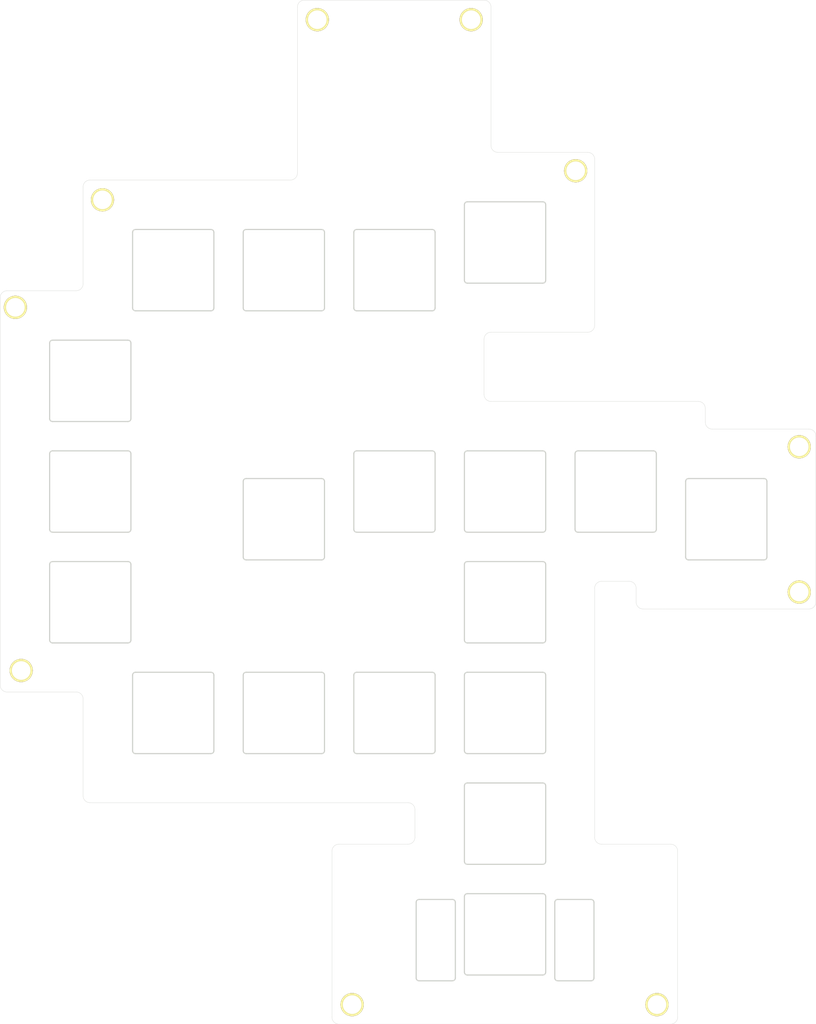
<source format=kicad_pcb>
(kicad_pcb (version 20211014) (generator pcbnew)
  (layers (0 "F.Cu" signal) (31 "B.Cu" signal) (34 "B.Paste" user) (35 "F.Paste" user) (36 "B.SilkS" user "B.Silkscreen") (37 "F.SilkS" user "F.Silkscreen") (38 "B.Mask" user) (39 "F.Mask" user) (44 "Edge.Cuts" user))
  (net 0 "")
  (footprint "" (layer "F.Cu") (at 262 187.5)
    (fp_text reference "" (at 0 0) (layer "F.SilkS") (effects (font (size 1.27 1.27))))
    (fp_text value "" (at 0 0) (layer "F.SilkS") (effects (font (size 1.27 1.27))))
    (pad "1" thru_hole circle locked (at 0 0) (size 4 4) (drill 3.2) (layers *.Cu *.Mask "F.SilkS"))
  )
  (footprint "" (layer "F.Cu") (at 396 149)
    (fp_text reference "" (at 0 0) (layer "F.SilkS") (effects (font (size 1.27 1.27))))
    (fp_text value "" (at 0 0) (layer "F.SilkS") (effects (font (size 1.27 1.27))))
    (pad "1" thru_hole circle locked (at 0 0) (size 4 4) (drill 3.2) (layers *.Cu *.Mask "F.SilkS"))
  )
  (footprint "" (layer "F.Cu") (at 396 174)
    (fp_text reference "" (at 0 0) (layer "F.SilkS") (effects (font (size 1.27 1.27))))
    (fp_text value "" (at 0 0) (layer "F.SilkS") (effects (font (size 1.27 1.27))))
    (pad "1" thru_hole circle locked (at 0 0) (size 4 4) (drill 3.2) (layers *.Cu *.Mask "F.SilkS"))
  )
  (footprint "" (layer "F.Cu") (at 313 75.5)
    (fp_text reference "" (at 0 0) (layer "F.SilkS") (effects (font (size 1.27 1.27))))
    (fp_text value "" (at 0 0) (layer "F.SilkS") (effects (font (size 1.27 1.27))))
    (pad "1" thru_hole circle locked (at 0 0) (size 4 4) (drill 3.2) (layers *.Cu *.Mask "F.SilkS"))
  )
  (footprint "" (layer "F.Cu") (at 276 106.5)
    (fp_text reference "" (at 0 0) (layer "F.SilkS") (effects (font (size 1.27 1.27))))
    (fp_text value "" (at 0 0) (layer "F.SilkS") (effects (font (size 1.27 1.27))))
    (pad "1" thru_hole circle locked (at 0 0) (size 4 4) (drill 3.2) (layers *.Cu *.Mask "F.SilkS"))
  )
  (footprint "keyboard_parts:HOLE_M3" (layer "F.Cu") (at 319 245)
    (fp_text reference "HOLE_M3" hide)
    (fp_text value "VAL**" hide)
    (pad "1" thru_hole circle locked (at 0 0) (size 4 4) (drill 3.2) (layers *.Cu *.Mask "F.SilkS"))
  )
  (footprint "" (layer "F.Cu") (at 261 125)
    (fp_text reference "" (at 0 0) (layer "F.SilkS") (effects (font (size 1.27 1.27))))
    (fp_text value "" (at 0 0) (layer "F.SilkS") (effects (font (size 1.27 1.27))))
    (pad "1" thru_hole circle locked (at 0 0) (size 4 4) (drill 3.2) (layers *.Cu *.Mask "F.SilkS"))
  )
  (footprint "keyboard_parts:HOLE_M3" (layer "F.Cu") (at 371.5 245)
    (fp_text reference "HOLE_M3" hide)
    (fp_text value "VAL**" hide)
    (pad "1" thru_hole circle locked (at 0 0) (size 4 4) (drill 3.2) (layers *.Cu *.Mask "F.SilkS"))
  )
  (footprint "" (layer "F.Cu") (at 357.5 101.5)
    (fp_text reference "" (at 0 0) (layer "F.SilkS") (effects (font (size 1.27 1.27))))
    (fp_text value "" (at 0 0) (layer "F.SilkS") (effects (font (size 1.27 1.27))))
    (pad "1" thru_hole circle locked (at 0 0) (size 4 4) (drill 3.2) (layers *.Cu *.Mask "F.SilkS"))
  )
  (footprint "" (layer "F.Cu") (at 339.5 75.5)
    (fp_text reference "" (at 0 0) (layer "F.SilkS") (effects (font (size 1.27 1.27))))
    (fp_text value "" (at 0 0) (layer "F.SilkS") (effects (font (size 1.27 1.27))))
    (pad "1" thru_hole circle locked (at 0 0) (size 4 4) (drill 3.2) (layers *.Cu *.Mask "F.SilkS"))
  )
  (gr_line (start 354.401008 240.903114) (end 360.151008 240.903114) (layer "Edge.Cuts") (width 0.2))
  (gr_arc (start 398.869907 175.721808) (mid 398.521181 176.563708) (end 397.679281 176.912434) (layer "Edge.Cuts") (width 0.05))
  (gr_line (start 273.854177 103.093622) (end 308.382331 103.093622) (layer "Edge.Cuts") (width 0.05))
  (gr_arc (start 280.400508 149.703114) (mid 280.754061 149.849561) (end 280.900508 150.203114) (layer "Edge.Cuts") (width 0.2))
  (gr_arc (start 300.238008 188.303114) (mid 300.384455 187.949561) (end 300.738008 187.803114) (layer "Edge.Cuts") (width 0.2))
  (gr_arc (start 295.188008 201.303114) (mid 295.041561 201.656667) (end 294.688008 201.803114) (layer "Edge.Cuts") (width 0.2))
  (gr_line (start 328.622973 210.249962) (end 273.854177 210.249962) (layer "Edge.Cuts") (width 0.05))
  (gr_arc (start 351.838008 149.703114) (mid 352.191561 149.849561) (end 352.338008 150.203114) (layer "Edge.Cuts") (width 0.2))
  (gr_arc (start 338.838008 239.903114) (mid 338.484455 239.756667) (end 338.338008 239.403114) (layer "Edge.Cuts") (width 0.2))
  (gr_line (start 300.238008 112.103114) (end 300.238008 125.103114) (layer "Edge.Cuts") (width 0.2))
  (gr_arc (start 295.188008 125.103114) (mid 295.041561 125.456667) (end 294.688008 125.603114) (layer "Edge.Cuts") (width 0.2))
  (gr_arc (start 375.057387 247.159368) (mid 374.708661 248.001268) (end 373.866761 248.349994) (layer "Edge.Cuts") (width 0.05))
  (gr_line (start 333.288008 201.303114) (end 333.288008 188.303114) (layer "Edge.Cuts") (width 0.2))
  (gr_arc (start 373.866761 217.393718) (mid 374.708661 217.742444) (end 375.057387 218.584344) (layer "Edge.Cuts") (width 0.05))
  (gr_line (start 272.663551 209.059336) (end 272.663551 192.390572) (layer "Edge.Cuts") (width 0.05))
  (gr_line (start 315.526087 247.159368) (end 315.526087 218.584344) (layer "Edge.Cuts") (width 0.05))
  (gr_arc (start 360.769875 128.096768) (mid 360.421149 128.938668) (end 359.579249 129.287394) (layer "Edge.Cuts") (width 0.05))
  (gr_arc (start 267.400508 163.703114) (mid 267.046955 163.556667) (end 266.900508 163.203114) (layer "Edge.Cuts") (width 0.2))
  (gr_arc (start 371.388008 163.203114) (mid 371.241561 163.556667) (end 370.888008 163.703114) (layer "Edge.Cuts") (width 0.2))
  (gr_arc (start 333.288008 163.203114) (mid 333.141561 163.556667) (end 332.788008 163.703114) (layer "Edge.Cuts") (width 0.2))
  (gr_line (start 310.763583 72.137346) (end 341.719859 72.137346) (layer "Edge.Cuts") (width 0.05))
  (gr_line (start 352.338008 201.303114) (end 352.338008 188.303114) (layer "Edge.Cuts") (width 0.2))
  (gr_line (start 300.738008 168.465614) (end 313.738008 168.465614) (layer "Edge.Cuts") (width 0.2))
  (gr_line (start 314.238008 125.103114) (end 314.238008 112.103114) (layer "Edge.Cuts") (width 0.2))
  (gr_line (start 379.819891 142.38428) (end 379.819891 144.765532) (layer "Edge.Cuts") (width 0.05))
  (gr_arc (start 351.838008 206.853114) (mid 352.191561 206.999561) (end 352.338008 207.353114) (layer "Edge.Cuts") (width 0.2))
  (gr_line (start 338.338008 207.353114) (end 338.338008 220.353114) (layer "Edge.Cuts") (width 0.2))
  (gr_line (start 359.579249 129.287394) (end 342.910485 129.287394) (layer "Edge.Cuts") (width 0.05))
  (gr_arc (start 338.338008 207.353114) (mid 338.484455 206.999561) (end 338.838008 206.853114) (layer "Edge.Cuts") (width 0.2))
  (gr_line (start 341.719859 130.47802) (end 341.719859 140.003028) (layer "Edge.Cuts") (width 0.05))
  (gr_line (start 314.238008 167.965614) (end 314.238008 154.965614) (layer "Edge.Cuts") (width 0.2))
  (gr_arc (start 281.188008 188.303114) (mid 281.334455 187.949561) (end 281.688008 187.803114) (layer "Edge.Cuts") (width 0.2))
  (gr_arc (start 266.900508 150.203114) (mid 267.046955 149.849561) (end 267.400508 149.703114) (layer "Edge.Cuts") (width 0.2))
  (gr_line (start 266.900508 169.253114) (end 266.900508 182.253114) (layer "Edge.Cuts") (width 0.2))
  (gr_arc (start 360.769875 173.340556) (mid 361.118601 172.498656) (end 361.960501 172.14993) (layer "Edge.Cuts") (width 0.05))
  (gr_arc (start 351.838008 225.903114) (mid 352.191561 226.049561) (end 352.338008 226.403114) (layer "Edge.Cuts") (width 0.2))
  (gr_line (start 351.838008 206.853114) (end 338.838008 206.853114) (layer "Edge.Cuts") (width 0.2))
  (gr_line (start 376.438008 154.965614) (end 376.438008 167.965614) (layer "Edge.Cuts") (width 0.2))
  (gr_arc (start 309.572957 73.327972) (mid 309.921683 72.486072) (end 310.763583 72.137346) (layer "Edge.Cuts") (width 0.05))
  (gr_line (start 352.338008 239.403114) (end 352.338008 226.403114) (layer "Edge.Cuts") (width 0.2))
  (gr_arc (start 280.900508 144.153114) (mid 280.754061 144.506667) (end 280.400508 144.653114) (layer "Edge.Cuts") (width 0.2))
  (gr_arc (start 351.838008 187.803114) (mid 352.191561 187.949561) (end 352.338008 188.303114) (layer "Edge.Cuts") (width 0.2))
  (gr_line (start 266.900508 150.203114) (end 266.900508 163.203114) (layer "Edge.Cuts") (width 0.2))
  (gr_line (start 316.716713 217.393718) (end 328.622973 217.393718) (layer "Edge.Cuts") (width 0.05))
  (gr_line (start 352.338008 163.203114) (end 352.338008 150.203114) (layer "Edge.Cuts") (width 0.2))
  (gr_line (start 267.400508 144.653114) (end 280.400508 144.653114) (layer "Edge.Cuts") (width 0.2))
  (gr_line (start 360.769875 173.340556) (end 360.769875 216.203092) (layer "Edge.Cuts") (width 0.05))
  (gr_line (start 319.288008 188.303114) (end 319.288008 201.303114) (layer "Edge.Cuts") (width 0.2))
  (gr_arc (start 338.338008 188.303114) (mid 338.484455 187.949561) (end 338.838008 187.803114) (layer "Edge.Cuts") (width 0.2))
  (gr_line (start 357.888008 163.703114) (end 370.888008 163.703114) (layer "Edge.Cuts") (width 0.2))
  (gr_arc (start 352.338008 239.403114) (mid 352.191561 239.756667) (end 351.838008 239.903114) (layer "Edge.Cuts") (width 0.2))
  (gr_arc (start 354.401008 240.903114) (mid 354.047455 240.756667) (end 353.901008 240.403114) (layer "Edge.Cuts") (width 0.2))
  (gr_arc (start 281.688008 201.803114) (mid 281.334455 201.656667) (end 281.188008 201.303114) (layer "Edge.Cuts") (width 0.2))
  (gr_line (start 375.057387 218.584344) (end 375.057387 247.159368) (layer "Edge.Cuts") (width 0.05))
  (gr_line (start 300.738008 201.803114) (end 313.738008 201.803114) (layer "Edge.Cuts") (width 0.2))
  (gr_arc (start 332.788008 111.603114) (mid 333.141561 111.749561) (end 333.288008 112.103114) (layer "Edge.Cuts") (width 0.2))
  (gr_arc (start 300.238008 154.965614) (mid 300.384455 154.612061) (end 300.738008 154.465614) (layer "Edge.Cuts") (width 0.2))
  (gr_arc (start 333.288008 201.303114) (mid 333.141561 201.656667) (end 332.788008 201.803114) (layer "Edge.Cuts") (width 0.2))
  (gr_line (start 351.838008 168.753114) (end 338.838008 168.753114) (layer "Edge.Cuts") (width 0.2))
  (gr_line (start 319.288008 112.103114) (end 319.288008 125.103114) (layer "Edge.Cuts") (width 0.2))
  (gr_line (start 338.838008 220.853114) (end 351.838008 220.853114) (layer "Edge.Cuts") (width 0.2))
  (gr_line (start 313.738008 187.803114) (end 300.738008 187.803114) (layer "Edge.Cuts") (width 0.2))
  (gr_line (start 266.900508 131.153114) (end 266.900508 144.153114) (layer "Edge.Cuts") (width 0.2))
  (gr_arc (start 353.901008 227.403114) (mid 354.047455 227.049561) (end 354.401008 226.903114) (layer "Edge.Cuts") (width 0.2))
  (gr_arc (start 280.900508 182.253114) (mid 280.754061 182.606667) (end 280.400508 182.753114) (layer "Edge.Cuts") (width 0.2))
  (gr_arc (start 369.104257 176.912434) (mid 368.262357 176.563708) (end 367.913631 175.721808) (layer "Edge.Cuts") (width 0.05))
  (gr_line (start 372.676135 176.912434) (end 369.104257 176.912434) (layer "Edge.Cuts") (width 0.05))
  (gr_line (start 353.901008 227.403114) (end 353.901008 240.403114) (layer "Edge.Cuts") (width 0.2))
  (gr_arc (start 361.960501 217.393718) (mid 361.118601 217.044992) (end 360.769875 216.203092) (layer "Edge.Cuts") (width 0.05))
  (gr_arc (start 313.738008 154.465614) (mid 314.091561 154.612061) (end 314.238008 154.965614) (layer "Edge.Cuts") (width 0.2))
  (gr_arc (start 330.025008 227.403114) (mid 330.171455 227.049561) (end 330.525008 226.903114) (layer "Edge.Cuts") (width 0.2))
  (gr_line (start 309.572957 101.902996) (end 309.572957 73.327972) (layer "Edge.Cuts") (width 0.05))
  (gr_line (start 351.838008 149.703114) (end 338.838008 149.703114) (layer "Edge.Cuts") (width 0.2))
  (gr_line (start 338.338008 169.253114) (end 338.338008 182.253114) (layer "Edge.Cuts") (width 0.2))
  (gr_arc (start 266.900508 131.153114) (mid 267.046955 130.799561) (end 267.400508 130.653114) (layer "Edge.Cuts") (width 0.2))
  (gr_arc (start 259.566665 191.199946) (mid 258.724765 190.85122) (end 258.376039 190.00932) (layer "Edge.Cuts") (width 0.05))
  (gr_arc (start 352.338008 220.353114) (mid 352.191561 220.706667) (end 351.838008 220.853114) (layer "Edge.Cuts") (width 0.2))
  (gr_line (start 280.900508 163.203114) (end 280.900508 150.203114) (layer "Edge.Cuts") (width 0.2))
  (gr_line (start 281.688008 201.803114) (end 294.688008 201.803114) (layer "Edge.Cuts") (width 0.2))
  (gr_arc (start 344.101111 98.331118) (mid 343.259211 97.982392) (end 342.910485 97.140492) (layer "Edge.Cuts") (width 0.05))
  (gr_arc (start 357.388008 150.203114) (mid 357.534455 149.849561) (end 357.888008 149.703114) (layer "Edge.Cuts") (width 0.2))
  (gr_line (start 344.101111 98.331118) (end 359.579249 98.331118) (layer "Edge.Cuts") (width 0.05))
  (gr_arc (start 314.238008 201.303114) (mid 314.091561 201.656667) (end 313.738008 201.803114) (layer "Edge.Cuts") (width 0.2))
  (gr_line (start 338.838008 163.703114) (end 351.838008 163.703114) (layer "Edge.Cuts") (width 0.2))
  (gr_line (start 295.188008 125.103114) (end 295.188008 112.103114) (layer "Edge.Cuts") (width 0.2))
  (gr_line (start 319.788008 163.703114) (end 332.788008 163.703114) (layer "Edge.Cuts") (width 0.2))
  (gr_arc (start 341.719859 130.47802) (mid 342.068585 129.63612) (end 342.910485 129.287394) (layer "Edge.Cuts") (width 0.05))
  (gr_arc (start 351.838008 168.753114) (mid 352.191561 168.899561) (end 352.338008 169.253114) (layer "Edge.Cuts") (width 0.2))
  (gr_arc (start 258.376039 123.334264) (mid 258.724765 122.492364) (end 259.566665 122.143638) (layer "Edge.Cuts") (width 0.05))
  (gr_line (start 371.388008 163.203114) (end 371.388008 150.203114) (layer "Edge.Cuts") (width 0.2))
  (gr_arc (start 338.838008 201.803114) (mid 338.484455 201.656667) (end 338.338008 201.303114) (layer "Edge.Cuts") (width 0.2))
  (gr_line (start 280.400508 130.653114) (end 267.400508 130.653114) (layer "Edge.Cuts") (width 0.2))
  (gr_line (start 366.723005 172.14993) (end 361.960501 172.14993) (layer "Edge.Cuts") (width 0.05))
  (gr_line (start 338.838008 120.840614) (end 351.838008 120.840614) (layer "Edge.Cuts") (width 0.2))
  (gr_line (start 351.838008 225.903114) (end 338.838008 225.903114) (layer "Edge.Cuts") (width 0.2))
  (gr_line (start 281.188008 112.103114) (end 281.188008 125.103114) (layer "Edge.Cuts") (width 0.2))
  (gr_line (start 280.400508 149.703114) (end 267.400508 149.703114) (layer "Edge.Cuts") (width 0.2))
  (gr_arc (start 281.688008 125.603114) (mid 281.334455 125.456667) (end 281.188008 125.103114) (layer "Edge.Cuts") (width 0.2))
  (gr_line (start 267.400508 182.753114) (end 280.400508 182.753114) (layer "Edge.Cuts") (width 0.2))
  (gr_line (start 332.788008 111.603114) (end 319.788008 111.603114) (layer "Edge.Cuts") (width 0.2))
  (gr_line (start 295.188008 201.303114) (end 295.188008 188.303114) (layer "Edge.Cuts") (width 0.2))
  (gr_arc (start 319.788008 201.803114) (mid 319.434455 201.656667) (end 319.288008 201.303114) (layer "Edge.Cuts") (width 0.2))
  (gr_arc (start 333.288008 125.103114) (mid 333.141561 125.456667) (end 332.788008 125.603114) (layer "Edge.Cuts") (width 0.2))
  (gr_arc (start 267.400508 182.753114) (mid 267.046955 182.606667) (end 266.900508 182.253114) (layer "Edge.Cuts") (width 0.2))
  (gr_arc (start 300.238008 112.103114) (mid 300.384455 111.749561) (end 300.738008 111.603114) (layer "Edge.Cuts") (width 0.2))
  (gr_arc (start 314.238008 125.103114) (mid 314.091561 125.456667) (end 313.738008 125.603114) (layer "Edge.Cuts") (width 0.2))
  (gr_line (start 352.338008 182.253114) (end 352.338008 169.253114) (layer "Edge.Cuts") (width 0.2))
  (gr_arc (start 341.719859 72.137346) (mid 342.561759 72.486072) (end 342.910485 73.327972) (layer "Edge.Cuts") (width 0.05))
  (gr_line (start 294.688008 187.803114) (end 281.688008 187.803114) (layer "Edge.Cuts") (width 0.2))
  (gr_arc (start 294.688008 187.803114) (mid 295.041561 187.949561) (end 295.188008 188.303114) (layer "Edge.Cuts") (width 0.2))
  (gr_line (start 329.813599 216.203092) (end 329.813599 211.440588) (layer "Edge.Cuts") (width 0.05))
  (gr_arc (start 338.338008 226.403114) (mid 338.484455 226.049561) (end 338.838008 225.903114) (layer "Edge.Cuts") (width 0.2))
  (gr_line (start 319.288008 150.203114) (end 319.288008 163.203114) (layer "Edge.Cuts") (width 0.2))
  (gr_line (start 360.651008 240.403114) (end 360.651008 227.403114) (layer "Edge.Cuts") (width 0.2))
  (gr_line (start 336.275008 226.903114) (end 330.525008 226.903114) (layer "Edge.Cuts") (width 0.2))
  (gr_arc (start 370.888008 149.703114) (mid 371.241561 149.849561) (end 371.388008 150.203114) (layer "Edge.Cuts") (width 0.2))
  (gr_line (start 258.376039 190.00932) (end 258.376039 123.334264) (layer "Edge.Cuts") (width 0.05))
  (gr_line (start 361.960501 217.393718) (end 373.866761 217.393718) (layer "Edge.Cuts") (width 0.05))
  (gr_arc (start 352.338008 201.303114) (mid 352.191561 201.656667) (end 351.838008 201.803114) (layer "Edge.Cuts") (width 0.2))
  (gr_arc (start 336.275008 226.903114) (mid 336.628561 227.049561) (end 336.775008 227.403114) (layer "Edge.Cuts") (width 0.2))
  (gr_line (start 351.838008 187.803114) (end 338.838008 187.803114) (layer "Edge.Cuts") (width 0.2))
  (gr_arc (start 381.010517 145.956158) (mid 380.168617 145.607432) (end 379.819891 144.765532) (layer "Edge.Cuts") (width 0.05))
  (gr_line (start 281.188008 188.303114) (end 281.188008 201.303114) (layer "Edge.Cuts") (width 0.2))
  (gr_line (start 300.238008 188.303114) (end 300.238008 201.303114) (layer "Edge.Cuts") (width 0.2))
  (gr_arc (start 360.151008 226.903114) (mid 360.504561 227.049561) (end 360.651008 227.403114) (layer "Edge.Cuts") (width 0.2))
  (gr_line (start 342.910485 141.193654) (end 378.629265 141.193654) (layer "Edge.Cuts") (width 0.05))
  (gr_arc (start 281.188008 112.103114) (mid 281.334455 111.749561) (end 281.688008 111.603114) (layer "Edge.Cuts") (width 0.2))
  (gr_arc (start 352.338008 120.340614) (mid 352.191561 120.694167) (end 351.838008 120.840614) (layer "Edge.Cuts") (width 0.2))
  (gr_arc (start 272.663551 120.953012) (mid 272.314825 121.794912) (end 271.472925 122.143638) (layer "Edge.Cuts") (width 0.05))
  (gr_arc (start 338.338008 150.203114) (mid 338.484455 149.849561) (end 338.838008 149.703114) (layer "Edge.Cuts") (width 0.2))
  (gr_line (start 398.869907 147.146784) (end 398.869907 175.721808) (layer "Edge.Cuts") (width 0.05))
  (gr_arc (start 315.526087 218.584344) (mid 315.874813 217.742444) (end 316.716713 217.393718) (layer "Edge.Cuts") (width 0.05))
  (gr_line (start 360.769875 99.521744) (end 360.769875 128.096768) (layer "Edge.Cuts") (width 0.05))
  (gr_arc (start 357.888008 163.703114) (mid 357.534455 163.556667) (end 357.388008 163.203114) (layer "Edge.Cuts") (width 0.2))
  (gr_arc (start 319.788008 125.603114) (mid 319.434455 125.456667) (end 319.288008 125.103114) (layer "Edge.Cuts") (width 0.2))
  (gr_arc (start 336.775008 240.403114) (mid 336.628561 240.756667) (end 336.275008 240.903114) (layer "Edge.Cuts") (width 0.2))
  (gr_arc (start 294.688008 111.603114) (mid 295.041561 111.749561) (end 295.188008 112.103114) (layer "Edge.Cuts") (width 0.2))
  (gr_arc (start 351.838008 106.840614) (mid 352.191561 106.987061) (end 352.338008 107.340614) (layer "Edge.Cuts") (width 0.2))
  (gr_arc (start 319.288008 150.203114) (mid 319.434455 149.849561) (end 319.788008 149.703114) (layer "Edge.Cuts") (width 0.2))
  (gr_line (start 338.838008 201.803114) (end 351.838008 201.803114) (layer "Edge.Cuts") (width 0.2))
  (gr_arc (start 330.525008 240.903114) (mid 330.171455 240.756667) (end 330.025008 240.403114) (layer "Edge.Cuts") (width 0.2))
  (gr_line (start 313.738008 154.465614) (end 300.738008 154.465614) (layer "Edge.Cuts") (width 0.2))
  (gr_line (start 267.400508 163.703114) (end 280.400508 163.703114) (layer "Edge.Cuts") (width 0.2))
  (gr_line (start 338.338008 226.403114) (end 338.338008 239.403114) (layer "Edge.Cuts") (width 0.2))
  (gr_arc (start 316.716713 248.349994) (mid 315.874813 248.001268) (end 315.526087 247.159368) (layer "Edge.Cuts") (width 0.05))
  (gr_line (start 332.788008 149.703114) (end 319.788008 149.703114) (layer "Edge.Cuts") (width 0.2))
  (gr_arc (start 338.838008 220.853114) (mid 338.484455 220.706667) (end 338.338008 220.353114) (layer "Edge.Cuts") (width 0.2))
  (gr_line (start 280.900508 182.253114) (end 280.900508 169.253114) (layer "Edge.Cuts") (width 0.2))
  (gr_arc (start 378.629265 141.193654) (mid 379.471165 141.54238) (end 379.819891 142.38428) (layer "Edge.Cuts") (width 0.05))
  (gr_arc (start 300.738008 168.465614) (mid 300.384455 168.319167) (end 300.238008 167.965614) (layer "Edge.Cuts") (width 0.2))
  (gr_arc (start 389.938008 154.465614) (mid 390.291561 154.612061) (end 390.438008 154.965614) (layer "Edge.Cuts") (width 0.2))
  (gr_line (start 280.400508 168.753114) (end 267.400508 168.753114) (layer "Edge.Cuts") (width 0.2))
  (gr_line (start 271.472925 191.199946) (end 259.566665 191.199946) (layer "Edge.Cuts") (width 0.05))
  (gr_line (start 294.688008 111.603114) (end 281.688008 111.603114) (layer "Edge.Cuts") (width 0.2))
  (gr_arc (start 280.900508 163.203114) (mid 280.754061 163.556667) (end 280.400508 163.703114) (layer "Edge.Cuts") (width 0.2))
  (gr_line (start 333.288008 163.203114) (end 333.288008 150.203114) (layer "Edge.Cuts") (width 0.2))
  (gr_arc (start 309.572957 101.902996) (mid 309.224231 102.744896) (end 308.382331 103.093622) (layer "Edge.Cuts") (width 0.05))
  (gr_line (start 360.151008 226.903114) (end 354.401008 226.903114) (layer "Edge.Cuts") (width 0.2))
  (gr_arc (start 300.738008 201.803114) (mid 300.384455 201.656667) (end 300.238008 201.303114) (layer "Edge.Cuts") (width 0.2))
  (gr_line (start 280.900508 144.153114) (end 280.900508 131.153114) (layer "Edge.Cuts") (width 0.2))
  (gr_arc (start 332.788008 187.803114) (mid 333.141561 187.949561) (end 333.288008 188.303114) (layer "Edge.Cuts") (width 0.2))
  (gr_arc (start 397.679281 145.956158) (mid 398.521181 146.304884) (end 398.869907 147.146784) (layer "Edge.Cuts") (width 0.05))
  (gr_arc (start 352.338008 182.253114) (mid 352.191561 182.606667) (end 351.838008 182.753114) (layer "Edge.Cuts") (width 0.2))
  (gr_arc (start 352.338008 163.203114) (mid 352.191561 163.556667) (end 351.838008 163.703114) (layer "Edge.Cuts") (width 0.2))
  (gr_line (start 390.438008 167.965614) (end 390.438008 154.965614) (layer "Edge.Cuts") (width 0.2))
  (gr_arc (start 314.238008 167.965614) (mid 314.091561 168.319167) (end 313.738008 168.465614) (layer "Edge.Cuts") (width 0.2))
  (gr_line (start 336.775008 240.403114) (end 336.775008 227.403114) (layer "Edge.Cuts") (width 0.2))
  (gr_arc (start 342.910485 141.193654) (mid 342.068585 140.844928) (end 341.719859 140.003028) (layer "Edge.Cuts") (width 0.05))
  (gr_arc (start 319.288008 112.103114) (mid 319.434455 111.749561) (end 319.788008 111.603114) (layer "Edge.Cuts") (width 0.2))
  (gr_arc (start 313.738008 111.603114) (mid 314.091561 111.749561) (end 314.238008 112.103114) (layer "Edge.Cuts") (width 0.2))
  (gr_line (start 370.888008 149.703114) (end 357.888008 149.703114) (layer "Edge.Cuts") (width 0.2))
  (gr_arc (start 366.723005 172.14993) (mid 367.564905 172.498656) (end 367.913631 173.340556) (layer "Edge.Cuts") (width 0.05))
  (gr_arc (start 329.813599 216.203092) (mid 329.464873 217.044992) (end 328.622973 217.393718) (layer "Edge.Cuts") (width 0.05))
  (gr_line (start 300.238008 154.965614) (end 300.238008 167.965614) (layer "Edge.Cuts") (width 0.2))
  (gr_arc (start 376.938008 168.465614) (mid 376.584455 168.319167) (end 376.438008 167.965614) (layer "Edge.Cuts") (width 0.2))
  (gr_arc (start 313.738008 187.803114) (mid 314.091561 187.949561) (end 314.238008 188.303114) (layer "Edge.Cuts") (width 0.2))
  (gr_line (start 319.788008 201.803114) (end 332.788008 201.803114) (layer "Edge.Cuts") (width 0.2))
  (gr_line (start 338.338008 188.303114) (end 338.338008 201.303114) (layer "Edge.Cuts") (width 0.2))
  (gr_arc (start 267.400508 144.653114) (mid 267.046955 144.506667) (end 266.900508 144.153114) (layer "Edge.Cuts") (width 0.2))
  (gr_arc (start 360.651008 240.403114) (mid 360.504561 240.756667) (end 360.151008 240.903114) (layer "Edge.Cuts") (width 0.2))
  (gr_line (start 330.525008 240.903114) (end 336.275008 240.903114) (layer "Edge.Cuts") (width 0.2))
  (gr_arc (start 271.472925 191.199946) (mid 272.314825 191.548672) (end 272.663551 192.390572) (layer "Edge.Cuts") (width 0.05))
  (gr_line (start 367.913631 175.721808) (end 367.913631 173.340556) (layer "Edge.Cuts") (width 0.05))
  (gr_line (start 259.566665 122.143638) (end 271.472925 122.143638) (layer "Edge.Cuts") (width 0.05))
  (gr_line (start 281.688008 125.603114) (end 294.688008 125.603114) (layer "Edge.Cuts") (width 0.2))
  (gr_line (start 313.738008 111.603114) (end 300.738008 111.603114) (layer "Edge.Cuts") (width 0.2))
  (gr_line (start 351.838008 106.840614) (end 338.838008 106.840614) (layer "Edge.Cuts") (width 0.2))
  (gr_arc (start 332.788008 149.703114) (mid 333.141561 149.849561) (end 333.288008 150.203114) (layer "Edge.Cuts") (width 0.2))
  (gr_line (start 333.288008 125.103114) (end 333.288008 112.103114) (layer "Edge.Cuts") (width 0.2))
  (gr_line (start 376.938008 168.465614) (end 389.938008 168.465614) (layer "Edge.Cuts") (width 0.2))
  (gr_line (start 330.025008 227.403114) (end 330.025008 240.403114) (layer "Edge.Cuts") (width 0.2))
  (gr_line (start 338.838008 182.753114) (end 351.838008 182.753114) (layer "Edge.Cuts") (width 0.2))
  (gr_arc (start 338.838008 120.840614) (mid 338.484455 120.694167) (end 338.338008 120.340614) (layer "Edge.Cuts") (width 0.2))
  (gr_line (start 373.866761 248.349994) (end 316.716713 248.349994) (layer "Edge.Cuts") (width 0.05))
  (gr_line (start 352.338008 220.353114) (end 352.338008 207.353114) (layer "Edge.Cuts") (width 0.2))
  (gr_arc (start 359.579249 98.331118) (mid 360.421149 98.679844) (end 360.769875 99.521744) (layer "Edge.Cuts") (width 0.05))
  (gr_line (start 338.838008 239.903114) (end 351.838008 239.903114) (layer "Edge.Cuts") (width 0.2))
  (gr_line (start 381.010517 145.956158) (end 397.679281 145.956158) (layer "Edge.Cuts") (width 0.05))
  (gr_arc (start 338.838008 182.753114) (mid 338.484455 182.606667) (end 338.338008 182.253114) (layer "Edge.Cuts") (width 0.2))
  (gr_line (start 342.910485 73.327972) (end 342.910485 97.140492) (layer "Edge.Cuts") (width 0.05))
  (gr_arc (start 328.622973 210.249962) (mid 329.464873 210.598688) (end 329.813599 211.440588) (layer "Edge.Cuts") (width 0.05))
  (gr_arc (start 266.900508 169.253114) (mid 267.046955 168.899561) (end 267.400508 168.753114) (layer "Edge.Cuts") (width 0.2))
  (gr_arc (start 280.400508 130.653114) (mid 280.754061 130.799561) (end 280.900508 131.153114) (layer "Edge.Cuts") (width 0.2))
  (gr_arc (start 338.838008 163.703114) (mid 338.484455 163.556667) (end 338.338008 163.203114) (layer "Edge.Cuts") (width 0.2))
  (gr_arc (start 272.663551 104.284248) (mid 273.012277 103.442348) (end 273.854177 103.093622) (layer "Edge.Cuts") (width 0.05))
  (gr_arc (start 319.788008 163.703114) (mid 319.434455 163.556667) (end 319.288008 163.203114) (layer "Edge.Cuts") (width 0.2))
  (gr_line (start 319.788008 125.603114) (end 332.788008 125.603114) (layer "Edge.Cuts") (width 0.2))
  (gr_arc (start 273.854177 210.249962) (mid 273.012277 209.901236) (end 272.663551 209.059336) (layer "Edge.Cuts") (width 0.05))
  (gr_line (start 332.788008 187.803114) (end 319.788008 187.803114) (layer "Edge.Cuts") (width 0.2))
  (gr_line (start 389.938008 154.465614) (end 376.938008 154.465614) (layer "Edge.Cuts") (width 0.2))
  (gr_arc (start 390.438008 167.965614) (mid 390.291561 168.319167) (end 389.938008 168.465614) (layer "Edge.Cuts") (width 0.2))
  (gr_arc (start 300.738008 125.603114) (mid 300.384455 125.456667) (end 300.238008 125.103114) (layer "Edge.Cuts") (width 0.2))
  (gr_arc (start 338.338008 107.340614) (mid 338.484455 106.987061) (end 338.838008 106.840614) (layer "Edge.Cuts") (width 0.2))
  (gr_line (start 272.663551 120.953012) (end 272.663551 104.284248) (layer "Edge.Cuts") (width 0.05))
  (gr_line (start 338.338008 150.203114) (end 338.338008 163.203114) (layer "Edge.Cuts") (width 0.2))
  (gr_arc (start 280.400508 168.753114) (mid 280.754061 168.899561) (end 280.900508 169.253114) (layer "Edge.Cuts") (width 0.2))
  (gr_line (start 314.238008 201.303114) (end 314.238008 188.303114) (layer "Edge.Cuts") (width 0.2))
  (gr_line (start 397.679281 176.912434) (end 372.676135 176.912434) (layer "Edge.Cuts") (width 0.05))
  (gr_arc (start 376.438008 154.965614) (mid 376.584455 154.612061) (end 376.938008 154.465614) (layer "Edge.Cuts") (width 0.2))
  (gr_line (start 352.338008 120.340614) (end 352.338008 107.340614) (layer "Edge.Cuts") (width 0.2))
  (gr_line (start 300.738008 125.603114) (end 313.738008 125.603114) (layer "Edge.Cuts") (width 0.2))
  (gr_arc (start 319.288008 188.303114) (mid 319.434455 187.949561) (end 319.788008 187.803114) (layer "Edge.Cuts") (width 0.2))
  (gr_line (start 357.388008 150.203114) (end 357.388008 163.203114) (layer "Edge.Cuts") (width 0.2))
  (gr_line (start 338.338008 107.340614) (end 338.338008 120.340614) (layer "Edge.Cuts") (width 0.2))
  (gr_arc (start 338.338008 169.253114) (mid 338.484455 168.899561) (end 338.838008 168.753114) (layer "Edge.Cuts") (width 0.2))
)
</source>
